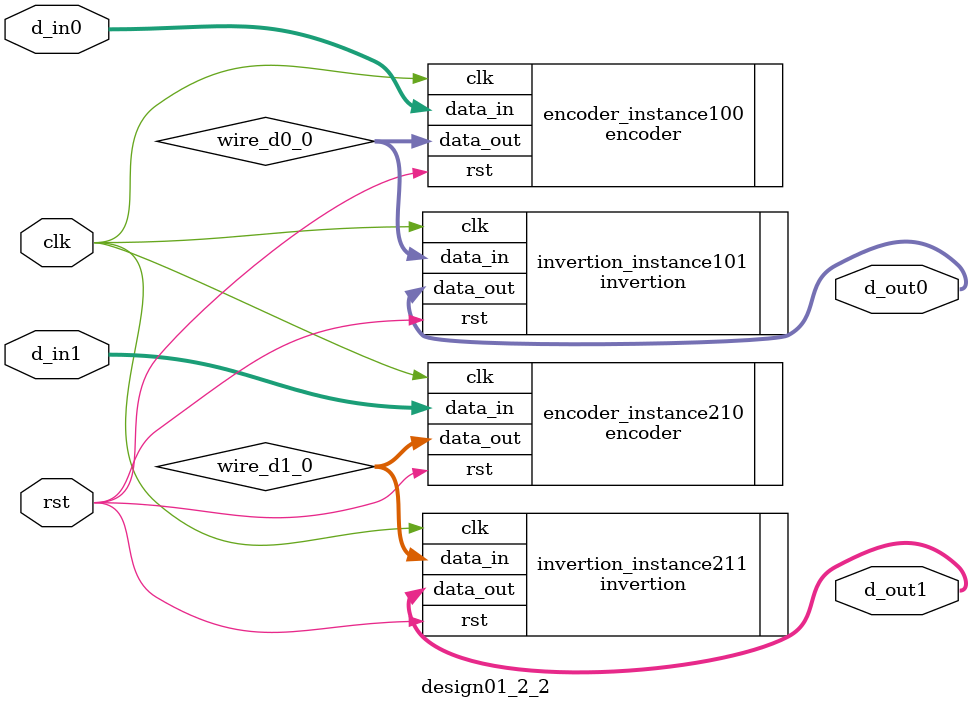
<source format=v>
`include "encoder.v"
`include "invertion.v"

module design01_2_2_top #(parameter WIDTH=32,CHANNEL=2) (clk, rst, in, out);

	localparam OUT_BUS=CHANNEL*WIDTH;
	input clk,rst;
	input [WIDTH-1:0] in;
	output [WIDTH-1:0] out;

	reg [WIDTH-1:0] d_in0;
	reg [WIDTH-1:0] d_in1;
	wire [WIDTH-1:0] d_out0;
	wire [WIDTH-1:0] d_out1;

	reg [OUT_BUS-1:0] tmp;

	always @ (posedge clk or posedge rst) begin
		if (rst)
			tmp <= 0;
		else
			tmp <= {tmp[OUT_BUS-(WIDTH+1):0],in};
	end

	always @ (posedge clk) begin
		d_in0 <= tmp[WIDTH-1:0];
		d_in1 <= tmp[(WIDTH*2)-1:WIDTH*1];
	end

	design01_2_2 #(.WIDTH(WIDTH)) design01_2_2_inst(.d_in0(d_in0),.d_in1(d_in1),.d_out0(d_out0),.d_out1(d_out1),.clk(clk),.rst(rst));

	assign out = d_out0^d_out1;

endmodule

module design01_2_2 #(parameter WIDTH=32) (d_in0, d_in1, d_out0, d_out1, clk, rst);
	input clk;
	input rst;
	input [WIDTH-1:0] d_in0; 
	input [WIDTH-1:0] d_in1; 
	output [WIDTH-1:0] d_out0; 
	output [WIDTH-1:0] d_out1; 

	wire [WIDTH-1:0] wire_d0_0;
	wire [WIDTH-1:0] wire_d1_0;

	encoder #(.WIDTH(WIDTH)) encoder_instance100(.data_in(d_in0),.data_out(wire_d0_0),.clk(clk),.rst(rst));            //channel 1
	invertion #(.WIDTH(WIDTH)) invertion_instance101(.data_in(wire_d0_0),.data_out(d_out0),.clk(clk),.rst(rst));

	invertion #(.WIDTH(WIDTH)) invertion_instance211(.data_in(wire_d1_0),.data_out(d_out1),.clk(clk),.rst(rst));		//channel 2
	encoder #(.WIDTH(WIDTH)) encoder_instance210(.data_in(d_in1),.data_out(wire_d1_0),.clk(clk),.rst(rst));            
	


endmodule
</source>
